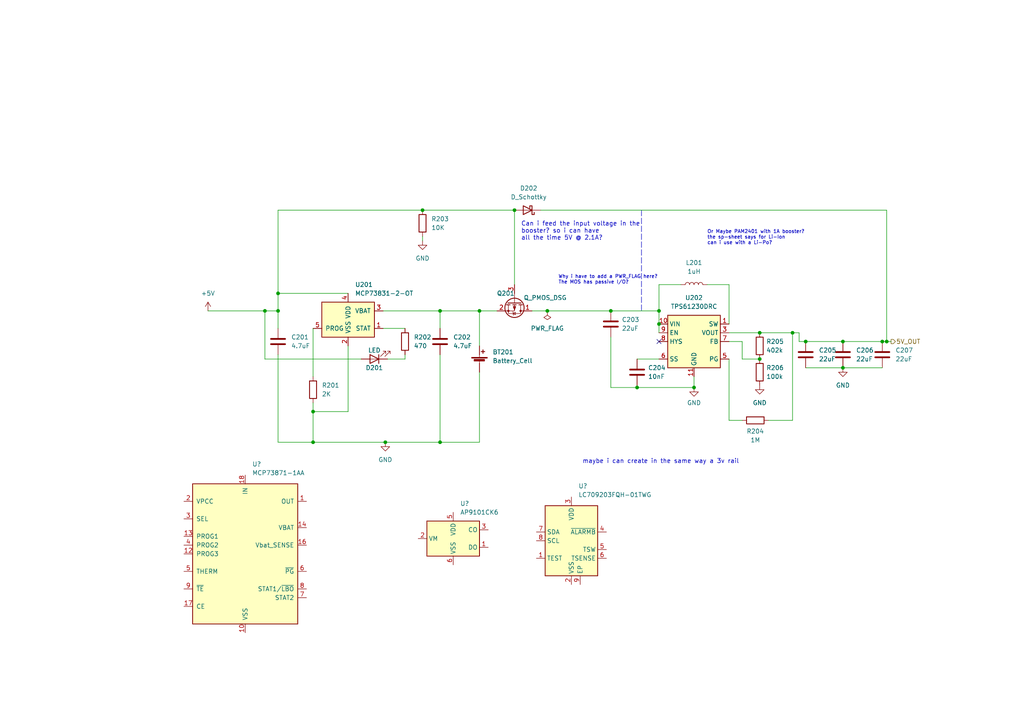
<source format=kicad_sch>
(kicad_sch (version 20211123) (generator eeschema)
  (paper "A4")
  (lib_symbols
    (symbol "Battery_Management:AP9101CK6"
      (property "Reference" "U" (at -7.62 6.35 0))
      (property "Value" "AP9101CK6" (at 7.62 6.35 0))
      (symbol "AP9101CK6_0_1"
        (rectangle (start -7.62 5.08) (end 7.62 -5.08) (stroke (width 0.254)) (fill (type background)))
      )
      (symbol "AP9101CK6_1_1"
        (pin output line (at 10.16 -2.54 180) (length 2.54) (name "DO") (number "1"))
        (pin passive line (at -10.16 0 0) (length 2.54) (name "VM") (number "2"))
        (pin output line (at 10.16 2.54 180) (length 2.54) (name "CO") (number "3"))
        (pin no_connect line (at -7.62 -2.54 0) (length 2.54) hide (name "NC") (number "4"))
        (pin power_in line (at 0 7.62 270) (length 2.54) (name "VDD") (number "5"))
        (pin power_in line (at 0 -7.62 90) (length 2.54) (name "VSS") (number "6"))
      )
    )
    (symbol "Battery_Management:LC709203FQH-01TWG"
      (property "Reference" "U" (at -6.35 11.43 0))
      (property "Value" "LC709203FQH-01TWG" (at 11.43 11.43 0))
      (symbol "LC709203FQH-01TWG_0_1"
        (rectangle (start -7.62 10.16) (end 7.62 -10.16) (stroke (width 0.254)) (fill (type background)))
      )
      (symbol "LC709203FQH-01TWG_1_1"
        (pin input line (at -10.16 -5.08 0) (length 2.54) (name "TEST") (number "1"))
        (pin power_in line (at 0 -12.7 90) (length 2.54) (name "VSS") (number "2"))
        (pin power_in line (at 0 12.7 270) (length 2.54) (name "VDD") (number "3"))
        (pin open_collector line (at 10.16 2.54 180) (length 2.54) (name "~{ALARMB}") (number "4"))
        (pin output line (at 10.16 -2.54 180) (length 2.54) (name "TSW") (number "5"))
        (pin input line (at 10.16 -5.08 180) (length 2.54) (name "TSENSE") (number "6"))
        (pin bidirectional line (at -10.16 2.54 0) (length 2.54) (name "SDA") (number "7"))
        (pin input line (at -10.16 0 0) (length 2.54) (name "SCL") (number "8"))
        (pin passive line (at 2.54 -12.7 90) (length 2.54) (name "EP") (number "9"))
      )
    )
    (symbol "Battery_Management:MCP73831-2-OT" (pin_names (offset 1.016))
      (property "Reference" "U" (at -7.62 6.35 0))
      (property "Value" "MCP73831-2-OT" (at 1.27 6.35 0))
      (symbol "MCP73831-2-OT_0_1"
        (rectangle (start -7.62 5.08) (end 7.62 -5.08) (stroke (width 0.254)) (fill (type background)))
      )
      (symbol "MCP73831-2-OT_1_1"
        (pin output line (at 10.16 -2.54 180) (length 2.54) (name "STAT") (number "1"))
        (pin power_in line (at 0 -7.62 90) (length 2.54) (name "VSS") (number "2"))
        (pin power_out line (at 10.16 2.54 180) (length 2.54) (name "VBAT") (number "3"))
        (pin power_in line (at 0 7.62 270) (length 2.54) (name "VDD") (number "4"))
        (pin input line (at -10.16 -2.54 0) (length 2.54) (name "PROG") (number "5"))
      )
    )
    (symbol "Battery_Management:MCP73871-1AA" (pin_names (offset 1.016))
      (property "Reference" "U" (at -7.62 24.13 0))
      (property "Value" "MCP73871-1AA" (at -15.24 21.59 0))
      (symbol "MCP73871-1AA_0_1"
        (rectangle (start -15.24 20.32) (end 15.24 -20.32) (stroke (width 0.254)) (fill (type background)))
      )
      (symbol "MCP73871-1AA_1_1"
        (pin power_out line (at 17.78 15.24 180) (length 2.54) (name "OUT") (number "1"))
        (pin power_in line (at 0 -22.86 90) (length 2.54) (name "VSS") (number "10"))
        (pin passive line (at 0 -22.86 90) (length 2.54) hide (name "VSS") (number "11"))
        (pin bidirectional line (at -17.78 0 0) (length 2.54) (name "PROG3") (number "12"))
        (pin bidirectional line (at -17.78 5.08 0) (length 2.54) (name "PROG1") (number "13"))
        (pin power_out line (at 17.78 7.62 180) (length 2.54) (name "VBAT") (number "14"))
        (pin passive line (at 17.78 7.62 180) (length 2.54) hide (name "VBAT") (number "15"))
        (pin input line (at 17.78 2.54 180) (length 2.54) (name "Vbat_SENSE") (number "16"))
        (pin input line (at -17.78 -15.24 0) (length 2.54) (name "CE") (number "17"))
        (pin power_in line (at 0 22.86 270) (length 2.54) (name "IN") (number "18"))
        (pin passive line (at 0 22.86 270) (length 2.54) hide (name "IN") (number "19"))
        (pin input line (at -17.78 15.24 0) (length 2.54) (name "VPCC") (number "2"))
        (pin passive line (at 17.78 15.24 180) (length 2.54) hide (name "OUT") (number "20"))
        (pin passive line (at 0 -22.86 90) (length 2.54) hide (name "VSS") (number "21"))
        (pin input line (at -17.78 10.16 0) (length 2.54) (name "SEL") (number "3"))
        (pin input line (at -17.78 2.54 0) (length 2.54) (name "PROG2") (number "4"))
        (pin bidirectional line (at -17.78 -5.08 0) (length 2.54) (name "THERM") (number "5"))
        (pin open_collector line (at 17.78 -5.08 180) (length 2.54) (name "~{PG}") (number "6"))
        (pin open_collector line (at 17.78 -12.7 180) (length 2.54) (name "STAT2") (number "7"))
        (pin open_collector line (at 17.78 -10.16 180) (length 2.54) (name "STAT1/~{LBO}") (number "8"))
        (pin input line (at -17.78 -10.16 0) (length 2.54) (name "~{TE}") (number "9"))
      )
    )
    (symbol "Device:Battery_Cell" (pin_numbers hide) (pin_names (offset 0) hide)
      (property "Reference" "BT" (at 2.54 2.54 0))
      (property "Value" "Battery_Cell" (at 2.54 0 0))
      (symbol "Battery_Cell_0_1"
        (rectangle (start -2.286 1.778) (end 2.286 1.524) (fill (type outline)))
        (rectangle (start -1.5748 1.1938) (end 1.4732 0.6858) (fill (type outline)))
        (polyline (pts (xy 0 0.762) (xy 0 0)))
        (polyline (pts (xy 0 1.778) (xy 0 2.54)))
        (polyline (pts (xy 0.508 3.429) (xy 1.524 3.429)) (stroke (width 0.254)))
        (polyline (pts (xy 1.016 3.937) (xy 1.016 2.921)) (stroke (width 0.254)))
      )
      (symbol "Battery_Cell_1_1"
        (pin passive line (at 0 5.08 270) (length 2.54) (name "+") (number "1"))
        (pin passive line (at 0 -2.54 90) (length 2.54) (name "-") (number "2"))
      )
    )
    (symbol "Device:C" (pin_numbers hide) (pin_names (offset 0.254))
      (property "Reference" "C" (at 0.635 2.54 0))
      (property "Value" "C" (at 0.635 -2.54 0))
      (symbol "C_0_1"
        (polyline (pts (xy -2.032 -0.762) (xy 2.032 -0.762)) (stroke (width 0.508)))
        (polyline (pts (xy -2.032 0.762) (xy 2.032 0.762)) (stroke (width 0.508)))
      )
      (symbol "C_1_1"
        (pin passive line (at 0 3.81 270) (length 2.794) (name "~") (number "1"))
        (pin passive line (at 0 -3.81 90) (length 2.794) (name "~") (number "2"))
      )
    )
    (symbol "Device:D_Schottky" (pin_numbers hide) (pin_names (offset 1.016) hide)
      (property "Reference" "D" (at 0 2.54 0))
      (property "Value" "D_Schottky" (at 0 -2.54 0))
      (symbol "D_Schottky_0_1"
        (polyline (pts (xy 1.27 0) (xy -1.27 0)))
        (polyline (pts (xy 1.27 1.27) (xy 1.27 -1.27) (xy -1.27 0) (xy 1.27 1.27)) (stroke (width 0.254)))
        (polyline (pts (xy -1.905 0.635) (xy -1.905 1.27) (xy -1.27 1.27) (xy -1.27 -1.27) (xy -0.635 -1.27) (xy -0.635 -0.635)) (stroke (width 0.254)))
      )
      (symbol "D_Schottky_1_1"
        (pin passive line (at -3.81 0 0) (length 2.54) (name "K") (number "1"))
        (pin passive line (at 3.81 0 180) (length 2.54) (name "A") (number "2"))
      )
    )
    (symbol "Device:L" (pin_numbers hide) (pin_names (offset 1.016) hide)
      (property "Reference" "L" (at -1.27 0 90))
      (property "Value" "L" (at 1.905 0 90))
      (symbol "L_0_1"
        (arc (start 0 -2.54) (mid 0.635 -1.905) (end 0 -1.27))
        (arc (start 0 -1.27) (mid 0.635 -0.635) (end 0 0))
        (arc (start 0 0) (mid 0.635 0.635) (end 0 1.27))
        (arc (start 0 1.27) (mid 0.635 1.905) (end 0 2.54))
      )
      (symbol "L_1_1"
        (pin passive line (at 0 3.81 270) (length 1.27) (name "1") (number "1"))
        (pin passive line (at 0 -3.81 90) (length 1.27) (name "2") (number "2"))
      )
    )
    (symbol "Device:LED" (pin_numbers hide) (pin_names (offset 1.016) hide)
      (property "Reference" "D" (at 0 2.54 0))
      (property "Value" "LED" (at 0 -2.54 0))
      (symbol "LED_0_1"
        (polyline (pts (xy -1.27 -1.27) (xy -1.27 1.27)) (stroke (width 0.254)))
        (polyline (pts (xy -1.27 0) (xy 1.27 0)))
        (polyline (pts (xy 1.27 -1.27) (xy 1.27 1.27) (xy -1.27 0) (xy 1.27 -1.27)) (stroke (width 0.254)))
        (polyline (pts (xy -3.048 -0.762) (xy -4.572 -2.286) (xy -3.81 -2.286) (xy -4.572 -2.286) (xy -4.572 -1.524)))
        (polyline (pts (xy -1.778 -0.762) (xy -3.302 -2.286) (xy -2.54 -2.286) (xy -3.302 -2.286) (xy -3.302 -1.524)))
      )
      (symbol "LED_1_1"
        (pin passive line (at -3.81 0 0) (length 2.54) (name "K") (number "1"))
        (pin passive line (at 3.81 0 180) (length 2.54) (name "A") (number "2"))
      )
    )
    (symbol "Device:Q_PMOS_DSG" (pin_names (offset 0) hide)
      (property "Reference" "Q" (at 5.08 1.27 0))
      (property "Value" "Q_PMOS_DSG" (at 5.08 -1.27 0))
      (symbol "Q_PMOS_DSG_0_1"
        (polyline (pts (xy 0.254 0) (xy -2.54 0)))
        (polyline (pts (xy 0.254 1.905) (xy 0.254 -1.905)) (stroke (width 0.254)))
        (polyline (pts (xy 0.762 -1.27) (xy 0.762 -2.286)) (stroke (width 0.254)))
        (polyline (pts (xy 0.762 0.508) (xy 0.762 -0.508)) (stroke (width 0.254)))
        (polyline (pts (xy 0.762 2.286) (xy 0.762 1.27)) (stroke (width 0.254)))
        (polyline (pts (xy 2.54 2.54) (xy 2.54 1.778)))
        (polyline (pts (xy 2.54 -2.54) (xy 2.54 0) (xy 0.762 0)))
        (polyline (pts (xy 0.762 1.778) (xy 3.302 1.778) (xy 3.302 -1.778) (xy 0.762 -1.778)))
        (polyline (pts (xy 2.286 0) (xy 1.27 0.381) (xy 1.27 -0.381) (xy 2.286 0)) (fill (type outline)))
        (polyline (pts (xy 2.794 -0.508) (xy 2.921 -0.381) (xy 3.683 -0.381) (xy 3.81 -0.254)))
        (polyline (pts (xy 3.302 -0.381) (xy 2.921 0.254) (xy 3.683 0.254) (xy 3.302 -0.381)))
        (circle (center 1.651 0) (radius 2.794) (stroke (width 0.254)))
        (circle (center 2.54 -1.778) (radius 0.254) (fill (type outline)))
        (circle (center 2.54 1.778) (radius 0.254) (fill (type outline)))
      )
      (symbol "Q_PMOS_DSG_1_1"
        (pin passive line (at 2.54 5.08 270) (length 2.54) (name "D") (number "1"))
        (pin passive line (at 2.54 -5.08 90) (length 2.54) (name "S") (number "2"))
        (pin input line (at -5.08 0 0) (length 2.54) (name "G") (number "3"))
      )
    )
    (symbol "Device:R" (pin_numbers hide) (pin_names (offset 0))
      (property "Reference" "R" (at 2.032 0 90))
      (property "Value" "R" (at 0 0 90))
      (symbol "R_0_1"
        (rectangle (start -1.016 -2.54) (end 1.016 2.54) (stroke (width 0.254)))
      )
      (symbol "R_1_1"
        (pin passive line (at 0 3.81 270) (length 1.27) (name "~") (number "1"))
        (pin passive line (at 0 -3.81 90) (length 1.27) (name "~") (number "2"))
      )
    )
    (symbol "Regulator_Switching:TPS61230DRC"
      (property "Reference" "U" (at -7.62 11.43 0))
      (property "Value" "TPS61230DRC" (at -7.62 8.89 0))
      (symbol "TPS61230DRC_0_1"
        (rectangle (start -7.62 7.62) (end 7.62 -7.62) (stroke (width 0.254)) (fill (type background)))
      )
      (symbol "TPS61230DRC_1_1"
        (pin power_out line (at 10.16 5.08 180) (length 2.54) (name "SW") (number "1"))
        (pin power_in line (at -10.16 5.08 0) (length 2.54) (name "VIN") (number "10"))
        (pin power_in line (at 0 -10.16 90) (length 2.54) (name "GND") (number "11"))
        (pin passive line (at 10.16 5.08 180) (length 2.54) hide (name "SW") (number "2"))
        (pin power_out line (at 10.16 2.54 180) (length 2.54) (name "VOUT") (number "3"))
        (pin passive line (at 10.16 2.54 180) (length 2.54) hide (name "VOUT") (number "4"))
        (pin output line (at 10.16 -5.08 180) (length 2.54) (name "PG") (number "5"))
        (pin input line (at -10.16 -5.08 0) (length 2.54) (name "SS") (number "6"))
        (pin input line (at 10.16 0 180) (length 2.54) (name "FB") (number "7"))
        (pin output line (at -10.16 0 0) (length 2.54) (name "HYS") (number "8"))
        (pin input line (at -10.16 2.54 0) (length 2.54) (name "EN") (number "9"))
      )
    )
    (symbol "power:+5V" (power) (pin_names (offset 0))
      (property "Value" "+5V" (at 0 3.556 0))
      (symbol "+5V_0_1"
        (polyline (pts (xy -0.762 1.27) (xy 0 2.54)))
        (polyline (pts (xy 0 0) (xy 0 2.54)))
        (polyline (pts (xy 0 2.54) (xy 0.762 1.27)))
      )
      (symbol "+5V_1_1"
        (pin power_in line (at 0 0 90) (length 0) hide (name "+5V") (number "1"))
      )
    )
    (symbol "power:GND" (power) (pin_names (offset 0))
      (property "Value" "GND" (at 0 -3.81 0))
      (symbol "GND_0_1"
        (polyline (pts (xy 0 0) (xy 0 -1.27) (xy 1.27 -1.27) (xy 0 -2.54) (xy -1.27 -1.27) (xy 0 -1.27)))
      )
      (symbol "GND_1_1"
        (pin power_in line (at 0 0 270) (length 0) hide (name "GND") (number "1"))
      )
    )
    (symbol "power:PWR_FLAG" (power) (pin_numbers hide) (pin_names (offset 0) hide)
      (property "Value" "PWR_FLAG" (at 0 3.81 0))
      (symbol "PWR_FLAG_0_0"
        (pin power_out line (at 0 0 90) (length 0) (name "pwr") (number "1"))
      )
      (symbol "PWR_FLAG_0_1"
        (polyline (pts (xy 0 0) (xy 0 1.27) (xy -1.016 1.905) (xy 0 2.54) (xy 1.016 1.905) (xy 0 1.27)))
      )
    )
  )
  (junction (at 80.645 90.17))
  (junction (at 191.135 90.17))
  (junction (at 76.835 90.17))
  (junction (at 122.555 60.96))
  (junction (at 158.75 90.17))
  (junction (at 127.635 90.17))
  (junction (at 149.225 60.96))
  (junction (at 90.805 128.27))
  (junction (at 257.175 99.06))
  (junction (at 201.295 112.395))
  (junction (at 229.87 96.52))
  (junction (at 90.805 119.38))
  (junction (at 177.165 90.17))
  (junction (at 255.905 99.06))
  (junction (at 80.645 85.09))
  (junction (at 127.635 128.27))
  (junction (at 244.475 106.68))
  (junction (at 111.76 128.27))
  (junction (at 233.68 99.06))
  (junction (at 220.345 104.14))
  (junction (at 139.065 90.17))
  (junction (at 184.785 112.395))
  (junction (at 244.475 99.06))
  (junction (at 220.345 96.52))
  (junction (at 191.135 93.98))
  (no_connect (at 191.135 99.06))
  (wire (pts (xy 205.105 82.55) (xy 211.455 82.55)))
  (wire (pts (xy 90.805 119.38) (xy 100.965 119.38)))
  (wire (pts (xy 211.455 121.92) (xy 215.265 121.92)))
  (wire (pts (xy 184.785 112.395) (xy 184.785 111.76)))
  (wire (pts (xy 177.165 97.79) (xy 177.165 112.395)))
  (wire (pts (xy 229.87 96.52) (xy 231.775 96.52)))
  (wire (pts (xy 90.805 128.27) (xy 111.76 128.27)))
  (wire (pts (xy 257.175 60.96) (xy 257.175 99.06)))
  (wire (pts (xy 215.265 99.06) (xy 215.265 104.14)))
  (wire (pts (xy 127.635 90.17) (xy 139.065 90.17)))
  (wire (pts (xy 229.87 121.92) (xy 229.87 96.52)))
  (wire (pts (xy 149.225 60.96) (xy 149.225 82.55)))
  (wire (pts (xy 80.645 60.96) (xy 80.645 85.09)))
  (wire (pts (xy 80.645 128.27) (xy 90.805 128.27)))
  (wire (pts (xy 122.555 68.58) (xy 122.555 69.85)))
  (wire (pts (xy 191.135 93.98) (xy 191.135 96.52)))
  (wire (pts (xy 117.475 102.87) (xy 117.475 104.14)))
  (wire (pts (xy 211.455 82.55) (xy 211.455 93.98)))
  (wire (pts (xy 117.475 104.14) (xy 112.395 104.14)))
  (wire (pts (xy 244.475 106.68) (xy 255.905 106.68)))
  (wire (pts (xy 154.305 90.17) (xy 158.75 90.17)))
  (wire (pts (xy 111.125 90.17) (xy 127.635 90.17)))
  (wire (pts (xy 233.68 99.06) (xy 244.475 99.06)))
  (wire (pts (xy 231.775 99.06) (xy 233.68 99.06)))
  (wire (pts (xy 80.645 90.17) (xy 76.835 90.17)))
  (wire (pts (xy 90.805 119.38) (xy 90.805 128.27)))
  (wire (pts (xy 222.885 121.92) (xy 229.87 121.92)))
  (wire (pts (xy 111.76 128.27) (xy 127.635 128.27)))
  (wire (pts (xy 76.835 90.17) (xy 76.835 104.14)))
  (polyline (pts (xy 186.055 60.96) (xy 186.055 90.17)))
  (wire (pts (xy 158.75 90.17) (xy 177.165 90.17)))
  (wire (pts (xy 191.135 90.17) (xy 191.135 93.98)))
  (wire (pts (xy 233.68 106.68) (xy 244.475 106.68)))
  (wire (pts (xy 257.175 99.06) (xy 258.445 99.06)))
  (wire (pts (xy 220.345 96.52) (xy 229.87 96.52)))
  (wire (pts (xy 127.635 102.87) (xy 127.635 128.27)))
  (wire (pts (xy 215.265 104.14) (xy 220.345 104.14)))
  (wire (pts (xy 201.295 109.22) (xy 201.295 112.395)))
  (wire (pts (xy 90.805 109.22) (xy 90.805 95.25)))
  (wire (pts (xy 191.135 82.55) (xy 197.485 82.55)))
  (wire (pts (xy 244.475 99.06) (xy 255.905 99.06)))
  (wire (pts (xy 211.455 99.06) (xy 215.265 99.06)))
  (wire (pts (xy 76.835 104.14) (xy 104.775 104.14)))
  (wire (pts (xy 127.635 90.17) (xy 127.635 95.25)))
  (wire (pts (xy 127.635 128.27) (xy 139.065 128.27)))
  (wire (pts (xy 100.965 100.33) (xy 100.965 119.38)))
  (wire (pts (xy 100.965 85.09) (xy 80.645 85.09)))
  (wire (pts (xy 184.785 104.14) (xy 191.135 104.14)))
  (wire (pts (xy 60.325 90.17) (xy 76.835 90.17)))
  (wire (pts (xy 201.295 112.395) (xy 184.785 112.395)))
  (wire (pts (xy 211.455 96.52) (xy 220.345 96.52)))
  (wire (pts (xy 211.455 104.14) (xy 211.455 121.92)))
  (wire (pts (xy 111.125 95.25) (xy 117.475 95.25)))
  (wire (pts (xy 80.645 60.96) (xy 122.555 60.96)))
  (wire (pts (xy 156.845 60.96) (xy 257.175 60.96)))
  (wire (pts (xy 80.645 90.17) (xy 80.645 95.25)))
  (wire (pts (xy 122.555 60.96) (xy 149.225 60.96)))
  (wire (pts (xy 139.065 90.17) (xy 144.145 90.17)))
  (wire (pts (xy 90.805 116.84) (xy 90.805 119.38)))
  (wire (pts (xy 139.065 90.17) (xy 139.065 100.33)))
  (wire (pts (xy 177.165 90.17) (xy 191.135 90.17)))
  (wire (pts (xy 231.775 96.52) (xy 231.775 99.06)))
  (wire (pts (xy 191.135 82.55) (xy 191.135 90.17)))
  (wire (pts (xy 139.065 107.95) (xy 139.065 128.27)))
  (wire (pts (xy 255.905 99.06) (xy 257.175 99.06)))
  (wire (pts (xy 177.165 112.395) (xy 184.785 112.395)))
  (wire (pts (xy 80.645 102.87) (xy 80.645 128.27)))
  (wire (pts (xy 80.645 85.09) (xy 80.645 90.17)))
  (text "Or Maybe PAM2401 with 1A booster?\nthe sp-sheet says for Li-Ion\ncan i use with a Li-Po?\n" (at 205.105 71.12 0) (effects (font (size 1 1)) (justify left bottom)))
  (text "Why i have to add a PWR_FLAG here? \nThe MOS has passive I/O?" (at 161.925 82.55 0) (effects (font (size 1 1)) (justify left bottom)))
  (text "Can i feed the input voltage in the\nbooster? so i can have\nall the time 5V @ 2.1A?" (at 151.13 69.85 0) (effects (font (size 1.27 1.27)) (justify left bottom)))
  (text "maybe i can create in the same way a 3v rail" (at 168.91 134.62 0) (effects (font (size 1.27 1.27)) (justify left bottom)))
  (hierarchical_label "5V_OUT" (shape output) (at 258.445 99.06 0))
  (symbol (lib_id "Device:C") (at 255.905 102.87 0) (unit 1)
    (property "Reference" "C207" (at 259.715 101.5999 0) (effects (justify left)))
    (property "Value" "22uF" (at 259.715 104.1399 0) (effects (justify left)))
  )
  (symbol (lib_id "Battery_Management:MCP73871-1AA") (at 71.12 160.655 0) (unit 1)
    (property "Reference" "U?" (at 73.1394 134.62 0) (effects (justify left)))
    (property "Value" "MCP73871-1AA" (at 73.1394 137.16 0) (effects (justify left)))
    (property "Footprint" "Package_DFN_QFN:QFN-20-1EP_4x4mm_P0.5mm_EP2.5x2.5mm" (effects hide))
    (property "Datasheet" "http://www.mouser.com/ds/2/268/22090a-52174.pdf" (effects hide))
  )
  (symbol (lib_id "Device:R") (at 220.345 107.95 180) (unit 1)
    (property "Reference" "R206" (at 222.25 106.6799 0) (effects (justify right)))
    (property "Value" "100k" (at 222.25 109.2199 0) (effects (justify right)))
  )
  (symbol (lib_id "Device:C") (at 127.635 99.06 0) (unit 1)
    (property "Reference" "C202" (at 131.445 97.7899 0) (effects (justify left)))
    (property "Value" "4.7uF" (at 131.445 100.3299 0) (effects (justify left)))
  )
  (symbol (lib_id "power:PWR_FLAG") (at 158.75 90.17 180) (unit 1)
    (property "Reference" "#FLG0103" (effects hide))
    (property "Value" "PWR_FLAG" (at 158.75 95.25 0))
  )
  (symbol (lib_id "Regulator_Switching:TPS61230DRC") (at 201.295 99.06 0) (unit 1)
    (property "Reference" "U202" (at 201.295 86.36 0))
    (property "Value" "TPS61230DRC" (at 201.295 88.9 0))
    (property "Footprint" "Package_SON:Texas_S-PVSON-N10_ThermalVias" (effects hide))
    (property "Datasheet" "http://www.ti.com/lit/ds/symlink/tps61232.pdf" (effects hide))
  )
  (symbol (lib_id "Device:C") (at 177.165 93.98 0) (unit 1)
    (property "Reference" "C203" (at 180.34 92.7099 0) (effects (justify left)))
    (property "Value" "22uF" (at 180.34 95.2499 0) (effects (justify left)))
  )
  (symbol (lib_id "Device:C") (at 184.785 107.95 0) (unit 1)
    (property "Reference" "C204" (at 187.96 106.6799 0) (effects (justify left)))
    (property "Value" "10nF" (at 187.96 109.2199 0) (effects (justify left)))
  )
  (symbol (lib_id "Battery_Management:LC709203FQH-01TWG") (at 165.735 156.845 0) (unit 1)
    (property "Reference" "U?" (at 167.7544 140.97 0) (effects (justify left)))
    (property "Value" "LC709203FQH-01TWG" (at 167.7544 143.51 0) (effects (justify left)))
    (property "Footprint" "Package_DFN_QFN:WDFN-8-1EP_4x3mm_P0.65mm_EP2.4x1.8mm" (effects hide))
    (property "Datasheet" "https://www.onsemi.com/pub/Collateral/LC709203F-D.PDF" (effects hide))
  )
  (symbol (lib_id "power:+5V") (at 60.325 90.17 0) (unit 1)
    (property "Reference" "#PWR0201" (effects hide))
    (property "Value" "+5V" (at 60.325 85.09 0))
  )
  (symbol (lib_id "Device:LED") (at 108.585 104.14 180) (unit 1)
    (property "Reference" "D201" (at 108.585 106.68 0))
    (property "Value" "LED" (at 108.585 101.6 0))
  )
  (symbol (lib_id "Device:L") (at 201.295 82.55 90) (unit 1)
    (property "Reference" "L201" (at 201.295 76.2 90))
    (property "Value" "1uH" (at 201.295 78.74 90))
  )
  (symbol (lib_id "Device:R") (at 122.555 64.77 0) (unit 1)
    (property "Reference" "R203" (at 125.095 63.4999 0) (effects (justify left)))
    (property "Value" "10K" (at 125.095 66.0399 0) (effects (justify left)))
  )
  (symbol (lib_id "Device:Battery_Cell") (at 139.065 105.41 0) (unit 1)
    (property "Reference" "BT201" (at 142.875 102.1079 0) (effects (justify left)))
    (property "Value" "Battery_Cell" (at 142.875 104.6479 0) (effects (justify left)))
    (property "Footprint" "Connector_Molex:Molex_CLIK-Mate_502386-0270_1x02-1MP_P1.25mm_Horizontal" (effects hide))
  )
  (symbol (lib_id "power:GND") (at 111.76 128.27 0) (unit 1)
    (property "Reference" "#PWR0202" (effects hide))
    (property "Value" "GND" (at 111.76 133.35 0))
  )
  (symbol (lib_id "power:GND") (at 201.295 112.395 0) (unit 1)
    (property "Reference" "#PWR0204" (effects hide))
    (property "Value" "GND" (at 201.295 116.84 0))
  )
  (symbol (lib_id "Device:C") (at 80.645 99.06 0) (unit 1)
    (property "Reference" "C201" (at 84.455 97.7899 0) (effects (justify left)))
    (property "Value" "4.7uF" (at 84.455 100.3299 0) (effects (justify left)))
  )
  (symbol (lib_id "Device:C") (at 233.68 102.87 0) (unit 1)
    (property "Reference" "C205" (at 237.49 101.5999 0) (effects (justify left)))
    (property "Value" "22uF" (at 237.49 104.1399 0) (effects (justify left)))
  )
  (symbol (lib_id "Device:D_Schottky") (at 153.035 60.96 180) (unit 1)
    (property "Reference" "D202" (at 153.3525 54.61 0))
    (property "Value" "D_Schottky" (at 153.3525 57.15 0))
  )
  (symbol (lib_id "Device:R") (at 90.805 113.03 0) (unit 1)
    (property "Reference" "R201" (at 93.345 111.7599 0) (effects (justify left)))
    (property "Value" "2K" (at 93.345 114.2999 0) (effects (justify left)))
  )
  (symbol (lib_id "Device:R") (at 117.475 99.06 0) (unit 1)
    (property "Reference" "R202" (at 120.015 97.7899 0) (effects (justify left)))
    (property "Value" "470" (at 120.015 100.3299 0) (effects (justify left)))
  )
  (symbol (lib_id "Device:R") (at 220.345 100.33 180) (unit 1)
    (property "Reference" "R205" (at 222.25 99.0599 0) (effects (justify right)))
    (property "Value" "402k" (at 222.25 101.5999 0) (effects (justify right)))
  )
  (symbol (lib_id "Device:R") (at 219.075 121.92 90) (unit 1)
    (property "Reference" "R204" (at 219.075 125.095 90))
    (property "Value" "1M" (at 219.075 127.635 90))
  )
  (symbol (lib_id "Battery_Management:MCP73831-2-OT") (at 100.965 92.71 0) (unit 1)
    (property "Reference" "U201" (at 102.9844 82.55 0) (effects (justify left)))
    (property "Value" "MCP73831-2-OT" (at 102.9844 85.09 0) (effects (justify left)))
    (property "Footprint" "Package_TO_SOT_SMD:SOT-23-5" (effects hide))
    (property "Datasheet" "http://ww1.microchip.com/downloads/en/DeviceDoc/20001984g.pdf" (effects hide))
  )
  (symbol (lib_id "Battery_Management:AP9101CK6") (at 131.445 156.21 0) (unit 1)
    (property "Reference" "U?" (at 133.4644 146.05 0) (effects (justify left)))
    (property "Value" "AP9101CK6" (at 133.4644 148.59 0) (effects (justify left)))
    (property "Footprint" "Package_TO_SOT_SMD:SOT-23-6" (effects hide))
    (property "Datasheet" "https://www.diodes.com/assets/Datasheets/AP9101C.pdf" (effects hide))
  )
  (symbol (lib_id "power:GND") (at 244.475 106.68 0) (unit 1)
    (property "Reference" "#PWR0206" (effects hide))
    (property "Value" "GND" (at 244.475 111.76 0))
  )
  (symbol (lib_id "power:GND") (at 220.345 111.76 0) (unit 1)
    (property "Reference" "#PWR0205" (effects hide))
    (property "Value" "GND" (at 220.345 116.84 0))
  )
  (symbol (lib_id "Device:Q_PMOS_DSG") (at 149.225 87.63 270) (unit 1)
    (property "Reference" "Q201" (at 146.685 85.09 90))
    (property "Value" "Q_PMOS_DSG" (at 158.115 86.36 90))
  )
  (symbol (lib_id "power:GND") (at 122.555 69.85 0) (unit 1)
    (property "Reference" "#PWR0203" (effects hide))
    (property "Value" "GND" (at 122.555 74.93 0))
  )
  (symbol (lib_id "Device:C") (at 244.475 102.87 0) (unit 1)
    (property "Reference" "C206" (at 248.285 101.5999 0) (effects (justify left)))
    (property "Value" "22uF" (at 248.285 104.1399 0) (effects (justify left)))
  )
)
</source>
